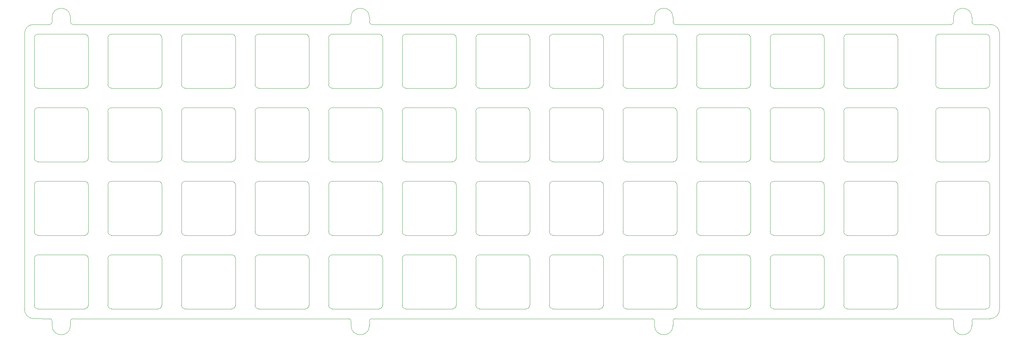
<source format=gbr>
G04 #@! TF.GenerationSoftware,KiCad,Pcbnew,(5.1.10-1-10_14)*
G04 #@! TF.CreationDate,2021-09-09T13:03:30-05:00*
G04 #@! TF.ProjectId,ori_top_plate,6f72695f-746f-4705-9f70-6c6174652e6b,rev?*
G04 #@! TF.SameCoordinates,Original*
G04 #@! TF.FileFunction,Profile,NP*
%FSLAX46Y46*%
G04 Gerber Fmt 4.6, Leading zero omitted, Abs format (unit mm)*
G04 Created by KiCad (PCBNEW (5.1.10-1-10_14)) date 2021-09-09 13:03:30*
%MOMM*%
%LPD*%
G01*
G04 APERTURE LIST*
G04 #@! TA.AperFunction,Profile*
%ADD10C,0.050000*%
G04 #@! TD*
G04 APERTURE END LIST*
D10*
X158354843Y-117276717D02*
X158354843Y-118467341D01*
X153592339Y-117276717D02*
X153592339Y-118467341D01*
X235745403Y-117276717D02*
X235745403Y-118467341D01*
X230982899Y-117276717D02*
X230982899Y-118467341D01*
X314326587Y-117276717D02*
X314326587Y-118467341D01*
X309564083Y-117276717D02*
X309564083Y-118467341D01*
X391717147Y-117276717D02*
X391717147Y-118467341D01*
X386954643Y-117276717D02*
X386954643Y-118467341D01*
X391717137Y-38695531D02*
X391717137Y-39886155D01*
X386954633Y-38695531D02*
X386954633Y-39886155D01*
X314326577Y-38695531D02*
X314326577Y-39886155D01*
X309564082Y-38695532D02*
X309564082Y-39886156D01*
X235745393Y-38695531D02*
X235745393Y-39886155D01*
X230982889Y-38695531D02*
X230982889Y-39886155D01*
X158354834Y-38695532D02*
X158354834Y-39886156D01*
X153592330Y-38695532D02*
X153592330Y-39886156D01*
X146448582Y-42862728D02*
X146449842Y-114300156D01*
X314921900Y-116681404D02*
X386359330Y-116681404D01*
X236340716Y-116681404D02*
X308968770Y-116681404D01*
X158950156Y-116681404D02*
X230387586Y-116681404D01*
X148829842Y-116680144D02*
X152997026Y-116681404D01*
X152997026Y-40481469D02*
X148829842Y-40481468D01*
X230387585Y-40481469D02*
X158950146Y-40481468D01*
X308968760Y-40481468D02*
X236340706Y-40481468D01*
X386359320Y-40481468D02*
X314921890Y-40481468D01*
X396479634Y-40481456D02*
X392312450Y-40481468D01*
X396479634Y-40481456D02*
G75*
G02*
X398860894Y-42862716I0J-2381260D01*
G01*
X398860894Y-114300144D02*
X398860894Y-42862716D01*
X396479634Y-116681404D02*
X392312460Y-116681404D01*
X152997026Y-116681404D02*
G75*
G02*
X153592339Y-117276717I0J-595313D01*
G01*
X158354843Y-117276717D02*
G75*
G02*
X158950156Y-116681404I595313J0D01*
G01*
X158354843Y-118467341D02*
G75*
G02*
X153592339Y-118467341I-2381252J0D01*
G01*
X230387586Y-116681404D02*
G75*
G02*
X230982899Y-117276717I0J-595313D01*
G01*
X235745403Y-117276717D02*
G75*
G02*
X236340716Y-116681404I595313J0D01*
G01*
X235745403Y-118467341D02*
G75*
G02*
X230982899Y-118467341I-2381252J0D01*
G01*
X308968770Y-116681404D02*
G75*
G02*
X309564083Y-117276717I0J-595313D01*
G01*
X314326587Y-117276717D02*
G75*
G02*
X314921900Y-116681404I595313J0D01*
G01*
X314326587Y-118467341D02*
G75*
G02*
X309564083Y-118467341I-2381252J0D01*
G01*
X386359330Y-116681404D02*
G75*
G02*
X386954643Y-117276717I0J-595313D01*
G01*
X391717147Y-117276717D02*
G75*
G02*
X392312460Y-116681404I595313J0D01*
G01*
X391717147Y-118467341D02*
G75*
G02*
X386954643Y-118467341I-2381252J0D01*
G01*
X392312450Y-40481468D02*
G75*
G02*
X391717137Y-39886155I0J595313D01*
G01*
X386954633Y-39886155D02*
G75*
G02*
X386359320Y-40481468I-595313J0D01*
G01*
X386954633Y-38695531D02*
G75*
G02*
X391717137Y-38695531I2381252J0D01*
G01*
X314921890Y-40481468D02*
G75*
G02*
X314326577Y-39886155I0J595313D01*
G01*
X309564073Y-39886155D02*
G75*
G02*
X308968760Y-40481468I-595313J0D01*
G01*
X309564073Y-38695531D02*
G75*
G02*
X314326577Y-38695531I2381252J0D01*
G01*
X236340706Y-40481468D02*
G75*
G02*
X235745393Y-39886155I0J595313D01*
G01*
X230982898Y-39886156D02*
G75*
G02*
X230387585Y-40481469I-595313J0D01*
G01*
X230982889Y-38695531D02*
G75*
G02*
X235745393Y-38695531I2381252J0D01*
G01*
X153592330Y-38695532D02*
G75*
G02*
X158354834Y-38695532I2381252J0D01*
G01*
X153592330Y-39886156D02*
G75*
G02*
X152997017Y-40481469I-595313J0D01*
G01*
X158950146Y-40481468D02*
G75*
G02*
X158354833Y-39886155I0J595313D01*
G01*
X398860894Y-114300144D02*
G75*
G02*
X396479634Y-116681404I-2381260J0D01*
G01*
X148829842Y-116680144D02*
G75*
G02*
X146449842Y-114300156I0J2380000D01*
G01*
X146448582Y-42862728D02*
G75*
G02*
X148829842Y-40481468I2381260J0D01*
G01*
X302373170Y-114156700D02*
X314373170Y-114156700D01*
X315373170Y-101156700D02*
X315373170Y-113156700D01*
X302373170Y-100156700D02*
X314373170Y-100156700D01*
X301373170Y-113156700D02*
X301373170Y-101156700D01*
X301373170Y-101156700D02*
G75*
G02*
X302373170Y-100156700I1000000J0D01*
G01*
X315373170Y-113156700D02*
G75*
G02*
X314373170Y-114156700I-1000000J0D01*
G01*
X314373170Y-100156700D02*
G75*
G02*
X315373170Y-101156700I0J-1000000D01*
G01*
X302373170Y-114156700D02*
G75*
G02*
X301373170Y-113156700I0J1000000D01*
G01*
X149972530Y-57006460D02*
X161972530Y-57006460D01*
X162972530Y-44006460D02*
X162972530Y-56006460D01*
X149972530Y-43006460D02*
X161972530Y-43006460D01*
X148972530Y-56006460D02*
X148972530Y-44006460D01*
X148972530Y-44006460D02*
G75*
G02*
X149972530Y-43006460I1000000J0D01*
G01*
X162972530Y-56006460D02*
G75*
G02*
X161972530Y-57006460I-1000000J0D01*
G01*
X161972530Y-43006460D02*
G75*
G02*
X162972530Y-44006460I0J-1000000D01*
G01*
X149972530Y-57006460D02*
G75*
G02*
X148972530Y-56006460I0J1000000D01*
G01*
X383336010Y-114156700D02*
X395336010Y-114156700D01*
X396336010Y-101156700D02*
X396336010Y-113156700D01*
X383336010Y-100156700D02*
X395336010Y-100156700D01*
X382336010Y-113156700D02*
X382336010Y-101156700D01*
X382336010Y-101156700D02*
G75*
G02*
X383336010Y-100156700I1000000J0D01*
G01*
X396336010Y-113156700D02*
G75*
G02*
X395336010Y-114156700I-1000000J0D01*
G01*
X395336010Y-100156700D02*
G75*
G02*
X396336010Y-101156700I0J-1000000D01*
G01*
X383336010Y-114156700D02*
G75*
G02*
X382336010Y-113156700I0J1000000D01*
G01*
X383335890Y-95106428D02*
X395335890Y-95106428D01*
X396335890Y-82106428D02*
X396335890Y-94106428D01*
X383335890Y-81106428D02*
X395335890Y-81106428D01*
X382335890Y-94106428D02*
X382335890Y-82106428D01*
X382335890Y-82106428D02*
G75*
G02*
X383335890Y-81106428I1000000J0D01*
G01*
X396335890Y-94106428D02*
G75*
G02*
X395335890Y-95106428I-1000000J0D01*
G01*
X395335890Y-81106428D02*
G75*
G02*
X396335890Y-82106428I0J-1000000D01*
G01*
X383335890Y-95106428D02*
G75*
G02*
X382335890Y-94106428I0J1000000D01*
G01*
X383335890Y-76056444D02*
X395335890Y-76056444D01*
X396335890Y-63056444D02*
X396335890Y-75056444D01*
X383335890Y-62056444D02*
X395335890Y-62056444D01*
X382335890Y-75056444D02*
X382335890Y-63056444D01*
X382335890Y-63056444D02*
G75*
G02*
X383335890Y-62056444I1000000J0D01*
G01*
X396335890Y-75056444D02*
G75*
G02*
X395335890Y-76056444I-1000000J0D01*
G01*
X395335890Y-62056444D02*
G75*
G02*
X396335890Y-63056444I0J-1000000D01*
G01*
X383335890Y-76056444D02*
G75*
G02*
X382335890Y-75056444I0J1000000D01*
G01*
X383336010Y-57006460D02*
X395336010Y-57006460D01*
X396336010Y-44006460D02*
X396336010Y-56006460D01*
X383336010Y-43006460D02*
X395336010Y-43006460D01*
X382336010Y-56006460D02*
X382336010Y-44006460D01*
X382336010Y-44006460D02*
G75*
G02*
X383336010Y-43006460I1000000J0D01*
G01*
X396336010Y-56006460D02*
G75*
G02*
X395336010Y-57006460I-1000000J0D01*
G01*
X395336010Y-43006460D02*
G75*
G02*
X396336010Y-44006460I0J-1000000D01*
G01*
X383336010Y-57006460D02*
G75*
G02*
X382336010Y-56006460I0J1000000D01*
G01*
X359523410Y-114156700D02*
X371523410Y-114156700D01*
X372523410Y-101156700D02*
X372523410Y-113156700D01*
X359523410Y-100156700D02*
X371523410Y-100156700D01*
X358523410Y-113156700D02*
X358523410Y-101156700D01*
X358523410Y-101156700D02*
G75*
G02*
X359523410Y-100156700I1000000J0D01*
G01*
X372523410Y-113156700D02*
G75*
G02*
X371523410Y-114156700I-1000000J0D01*
G01*
X371523410Y-100156700D02*
G75*
G02*
X372523410Y-101156700I0J-1000000D01*
G01*
X359523410Y-114156700D02*
G75*
G02*
X358523410Y-113156700I0J1000000D01*
G01*
X340473330Y-114160000D02*
X352473330Y-114160000D01*
X353473330Y-101160000D02*
X353473330Y-113160000D01*
X340473330Y-100160000D02*
X352473330Y-100160000D01*
X339473330Y-113160000D02*
X339473330Y-101160000D01*
X339473330Y-101160000D02*
G75*
G02*
X340473330Y-100160000I1000000J0D01*
G01*
X353473330Y-113160000D02*
G75*
G02*
X352473330Y-114160000I-1000000J0D01*
G01*
X352473330Y-100160000D02*
G75*
G02*
X353473330Y-101160000I0J-1000000D01*
G01*
X340473330Y-114160000D02*
G75*
G02*
X339473330Y-113160000I0J1000000D01*
G01*
X321423250Y-114156700D02*
X333423250Y-114156700D01*
X334423250Y-101156700D02*
X334423250Y-113156700D01*
X321423250Y-100156700D02*
X333423250Y-100156700D01*
X320423250Y-113156700D02*
X320423250Y-101156700D01*
X320423250Y-101156700D02*
G75*
G02*
X321423250Y-100156700I1000000J0D01*
G01*
X334423250Y-113156700D02*
G75*
G02*
X333423250Y-114156700I-1000000J0D01*
G01*
X333423250Y-100156700D02*
G75*
G02*
X334423250Y-101156700I0J-1000000D01*
G01*
X321423250Y-114156700D02*
G75*
G02*
X320423250Y-113156700I0J1000000D01*
G01*
X283323090Y-114156700D02*
X295323090Y-114156700D01*
X296323090Y-101156700D02*
X296323090Y-113156700D01*
X283323090Y-100156700D02*
X295323090Y-100156700D01*
X282323090Y-113156700D02*
X282323090Y-101156700D01*
X282323090Y-101156700D02*
G75*
G02*
X283323090Y-100156700I1000000J0D01*
G01*
X296323090Y-113156700D02*
G75*
G02*
X295323090Y-114156700I-1000000J0D01*
G01*
X295323090Y-100156700D02*
G75*
G02*
X296323090Y-101156700I0J-1000000D01*
G01*
X283323090Y-114156700D02*
G75*
G02*
X282323090Y-113156700I0J1000000D01*
G01*
X264273010Y-114156700D02*
X276273010Y-114156700D01*
X277273010Y-101156700D02*
X277273010Y-113156700D01*
X264273010Y-100156700D02*
X276273010Y-100156700D01*
X263273010Y-113156700D02*
X263273010Y-101156700D01*
X263273010Y-101156700D02*
G75*
G02*
X264273010Y-100156700I1000000J0D01*
G01*
X277273010Y-113156700D02*
G75*
G02*
X276273010Y-114156700I-1000000J0D01*
G01*
X276273010Y-100156700D02*
G75*
G02*
X277273010Y-101156700I0J-1000000D01*
G01*
X264273010Y-114156700D02*
G75*
G02*
X263273010Y-113156700I0J1000000D01*
G01*
X245222930Y-114156700D02*
X257222930Y-114156700D01*
X258222930Y-101156700D02*
X258222930Y-113156700D01*
X245222930Y-100156700D02*
X257222930Y-100156700D01*
X244222930Y-113156700D02*
X244222930Y-101156700D01*
X244222930Y-101156700D02*
G75*
G02*
X245222930Y-100156700I1000000J0D01*
G01*
X258222930Y-113156700D02*
G75*
G02*
X257222930Y-114156700I-1000000J0D01*
G01*
X257222930Y-100156700D02*
G75*
G02*
X258222930Y-101156700I0J-1000000D01*
G01*
X245222930Y-114156700D02*
G75*
G02*
X244222930Y-113156700I0J1000000D01*
G01*
X226172850Y-114156700D02*
X238172850Y-114156700D01*
X239172850Y-101156700D02*
X239172850Y-113156700D01*
X226172850Y-100156700D02*
X238172850Y-100156700D01*
X225172850Y-113156700D02*
X225172850Y-101156700D01*
X225172850Y-101156700D02*
G75*
G02*
X226172850Y-100156700I1000000J0D01*
G01*
X239172850Y-113156700D02*
G75*
G02*
X238172850Y-114156700I-1000000J0D01*
G01*
X238172850Y-100156700D02*
G75*
G02*
X239172850Y-101156700I0J-1000000D01*
G01*
X226172850Y-114156700D02*
G75*
G02*
X225172850Y-113156700I0J1000000D01*
G01*
X207122770Y-114156700D02*
X219122770Y-114156700D01*
X220122770Y-101156700D02*
X220122770Y-113156700D01*
X207122770Y-100156700D02*
X219122770Y-100156700D01*
X206122770Y-113156700D02*
X206122770Y-101156700D01*
X206122770Y-101156700D02*
G75*
G02*
X207122770Y-100156700I1000000J0D01*
G01*
X220122770Y-113156700D02*
G75*
G02*
X219122770Y-114156700I-1000000J0D01*
G01*
X219122770Y-100156700D02*
G75*
G02*
X220122770Y-101156700I0J-1000000D01*
G01*
X207122770Y-114156700D02*
G75*
G02*
X206122770Y-113156700I0J1000000D01*
G01*
X188072690Y-114156700D02*
X200072690Y-114156700D01*
X201072690Y-101156700D02*
X201072690Y-113156700D01*
X188072690Y-100156700D02*
X200072690Y-100156700D01*
X187072690Y-113156700D02*
X187072690Y-101156700D01*
X187072690Y-101156700D02*
G75*
G02*
X188072690Y-100156700I1000000J0D01*
G01*
X201072690Y-113156700D02*
G75*
G02*
X200072690Y-114156700I-1000000J0D01*
G01*
X200072690Y-100156700D02*
G75*
G02*
X201072690Y-101156700I0J-1000000D01*
G01*
X188072690Y-114156700D02*
G75*
G02*
X187072690Y-113156700I0J1000000D01*
G01*
X169022610Y-114156700D02*
X181022610Y-114156700D01*
X182022610Y-101156700D02*
X182022610Y-113156700D01*
X169022610Y-100156700D02*
X181022610Y-100156700D01*
X168022610Y-113156700D02*
X168022610Y-101156700D01*
X168022610Y-101156700D02*
G75*
G02*
X169022610Y-100156700I1000000J0D01*
G01*
X182022610Y-113156700D02*
G75*
G02*
X181022610Y-114156700I-1000000J0D01*
G01*
X181022610Y-100156700D02*
G75*
G02*
X182022610Y-101156700I0J-1000000D01*
G01*
X169022610Y-114156700D02*
G75*
G02*
X168022610Y-113156700I0J1000000D01*
G01*
X149972530Y-114156700D02*
X161972530Y-114156700D01*
X162972530Y-101156700D02*
X162972530Y-113156700D01*
X149972530Y-100156700D02*
X161972530Y-100156700D01*
X148972530Y-113156700D02*
X148972530Y-101156700D01*
X148972530Y-101156700D02*
G75*
G02*
X149972530Y-100156700I1000000J0D01*
G01*
X162972530Y-113156700D02*
G75*
G02*
X161972530Y-114156700I-1000000J0D01*
G01*
X161972530Y-100156700D02*
G75*
G02*
X162972530Y-101156700I0J-1000000D01*
G01*
X149972530Y-114156700D02*
G75*
G02*
X148972530Y-113156700I0J1000000D01*
G01*
X359523410Y-95106620D02*
X371523410Y-95106620D01*
X372523410Y-82106620D02*
X372523410Y-94106620D01*
X359523410Y-81106620D02*
X371523410Y-81106620D01*
X358523410Y-94106620D02*
X358523410Y-82106620D01*
X358523410Y-82106620D02*
G75*
G02*
X359523410Y-81106620I1000000J0D01*
G01*
X372523410Y-94106620D02*
G75*
G02*
X371523410Y-95106620I-1000000J0D01*
G01*
X371523410Y-81106620D02*
G75*
G02*
X372523410Y-82106620I0J-1000000D01*
G01*
X359523410Y-95106620D02*
G75*
G02*
X358523410Y-94106620I0J1000000D01*
G01*
X340473330Y-95106620D02*
X352473330Y-95106620D01*
X353473330Y-82106620D02*
X353473330Y-94106620D01*
X340473330Y-81106620D02*
X352473330Y-81106620D01*
X339473330Y-94106620D02*
X339473330Y-82106620D01*
X339473330Y-82106620D02*
G75*
G02*
X340473330Y-81106620I1000000J0D01*
G01*
X353473330Y-94106620D02*
G75*
G02*
X352473330Y-95106620I-1000000J0D01*
G01*
X352473330Y-81106620D02*
G75*
G02*
X353473330Y-82106620I0J-1000000D01*
G01*
X340473330Y-95106620D02*
G75*
G02*
X339473330Y-94106620I0J1000000D01*
G01*
X321423250Y-95106620D02*
X333423250Y-95106620D01*
X334423250Y-82106620D02*
X334423250Y-94106620D01*
X321423250Y-81106620D02*
X333423250Y-81106620D01*
X320423250Y-94106620D02*
X320423250Y-82106620D01*
X320423250Y-82106620D02*
G75*
G02*
X321423250Y-81106620I1000000J0D01*
G01*
X334423250Y-94106620D02*
G75*
G02*
X333423250Y-95106620I-1000000J0D01*
G01*
X333423250Y-81106620D02*
G75*
G02*
X334423250Y-82106620I0J-1000000D01*
G01*
X321423250Y-95106620D02*
G75*
G02*
X320423250Y-94106620I0J1000000D01*
G01*
X302373170Y-95106620D02*
X314373170Y-95106620D01*
X315373170Y-82106620D02*
X315373170Y-94106620D01*
X302373170Y-81106620D02*
X314373170Y-81106620D01*
X301373170Y-94106620D02*
X301373170Y-82106620D01*
X301373170Y-82106620D02*
G75*
G02*
X302373170Y-81106620I1000000J0D01*
G01*
X315373170Y-94106620D02*
G75*
G02*
X314373170Y-95106620I-1000000J0D01*
G01*
X314373170Y-81106620D02*
G75*
G02*
X315373170Y-82106620I0J-1000000D01*
G01*
X302373170Y-95106620D02*
G75*
G02*
X301373170Y-94106620I0J1000000D01*
G01*
X283323090Y-95106620D02*
X295323090Y-95106620D01*
X296323090Y-82106620D02*
X296323090Y-94106620D01*
X283323090Y-81106620D02*
X295323090Y-81106620D01*
X282323090Y-94106620D02*
X282323090Y-82106620D01*
X282323090Y-82106620D02*
G75*
G02*
X283323090Y-81106620I1000000J0D01*
G01*
X296323090Y-94106620D02*
G75*
G02*
X295323090Y-95106620I-1000000J0D01*
G01*
X295323090Y-81106620D02*
G75*
G02*
X296323090Y-82106620I0J-1000000D01*
G01*
X283323090Y-95106620D02*
G75*
G02*
X282323090Y-94106620I0J1000000D01*
G01*
X264273010Y-95106620D02*
X276273010Y-95106620D01*
X277273010Y-82106620D02*
X277273010Y-94106620D01*
X264273010Y-81106620D02*
X276273010Y-81106620D01*
X263273010Y-94106620D02*
X263273010Y-82106620D01*
X263273010Y-82106620D02*
G75*
G02*
X264273010Y-81106620I1000000J0D01*
G01*
X277273010Y-94106620D02*
G75*
G02*
X276273010Y-95106620I-1000000J0D01*
G01*
X276273010Y-81106620D02*
G75*
G02*
X277273010Y-82106620I0J-1000000D01*
G01*
X264273010Y-95106620D02*
G75*
G02*
X263273010Y-94106620I0J1000000D01*
G01*
X245222930Y-95106620D02*
X257222930Y-95106620D01*
X258222930Y-82106620D02*
X258222930Y-94106620D01*
X245222930Y-81106620D02*
X257222930Y-81106620D01*
X244222930Y-94106620D02*
X244222930Y-82106620D01*
X244222930Y-82106620D02*
G75*
G02*
X245222930Y-81106620I1000000J0D01*
G01*
X258222930Y-94106620D02*
G75*
G02*
X257222930Y-95106620I-1000000J0D01*
G01*
X257222930Y-81106620D02*
G75*
G02*
X258222930Y-82106620I0J-1000000D01*
G01*
X245222930Y-95106620D02*
G75*
G02*
X244222930Y-94106620I0J1000000D01*
G01*
X226172850Y-95106620D02*
X238172850Y-95106620D01*
X239172850Y-82106620D02*
X239172850Y-94106620D01*
X226172850Y-81106620D02*
X238172850Y-81106620D01*
X225172850Y-94106620D02*
X225172850Y-82106620D01*
X225172850Y-82106620D02*
G75*
G02*
X226172850Y-81106620I1000000J0D01*
G01*
X239172850Y-94106620D02*
G75*
G02*
X238172850Y-95106620I-1000000J0D01*
G01*
X238172850Y-81106620D02*
G75*
G02*
X239172850Y-82106620I0J-1000000D01*
G01*
X226172850Y-95106620D02*
G75*
G02*
X225172850Y-94106620I0J1000000D01*
G01*
X207122770Y-95106620D02*
X219122770Y-95106620D01*
X220122770Y-82106620D02*
X220122770Y-94106620D01*
X207122770Y-81106620D02*
X219122770Y-81106620D01*
X206122770Y-94106620D02*
X206122770Y-82106620D01*
X206122770Y-82106620D02*
G75*
G02*
X207122770Y-81106620I1000000J0D01*
G01*
X220122770Y-94106620D02*
G75*
G02*
X219122770Y-95106620I-1000000J0D01*
G01*
X219122770Y-81106620D02*
G75*
G02*
X220122770Y-82106620I0J-1000000D01*
G01*
X207122770Y-95106620D02*
G75*
G02*
X206122770Y-94106620I0J1000000D01*
G01*
X188072690Y-95106620D02*
X200072690Y-95106620D01*
X201072690Y-82106620D02*
X201072690Y-94106620D01*
X188072690Y-81106620D02*
X200072690Y-81106620D01*
X187072690Y-94106620D02*
X187072690Y-82106620D01*
X187072690Y-82106620D02*
G75*
G02*
X188072690Y-81106620I1000000J0D01*
G01*
X201072690Y-94106620D02*
G75*
G02*
X200072690Y-95106620I-1000000J0D01*
G01*
X200072690Y-81106620D02*
G75*
G02*
X201072690Y-82106620I0J-1000000D01*
G01*
X188072690Y-95106620D02*
G75*
G02*
X187072690Y-94106620I0J1000000D01*
G01*
X169022610Y-95106620D02*
X181022610Y-95106620D01*
X182022610Y-82106620D02*
X182022610Y-94106620D01*
X169022610Y-81106620D02*
X181022610Y-81106620D01*
X168022610Y-94106620D02*
X168022610Y-82106620D01*
X168022610Y-82106620D02*
G75*
G02*
X169022610Y-81106620I1000000J0D01*
G01*
X182022610Y-94106620D02*
G75*
G02*
X181022610Y-95106620I-1000000J0D01*
G01*
X181022610Y-81106620D02*
G75*
G02*
X182022610Y-82106620I0J-1000000D01*
G01*
X169022610Y-95106620D02*
G75*
G02*
X168022610Y-94106620I0J1000000D01*
G01*
X149972530Y-95106620D02*
X161972530Y-95106620D01*
X162972530Y-82106620D02*
X162972530Y-94106620D01*
X149972530Y-81106620D02*
X161972530Y-81106620D01*
X148972530Y-94106620D02*
X148972530Y-82106620D01*
X148972530Y-82106620D02*
G75*
G02*
X149972530Y-81106620I1000000J0D01*
G01*
X162972530Y-94106620D02*
G75*
G02*
X161972530Y-95106620I-1000000J0D01*
G01*
X161972530Y-81106620D02*
G75*
G02*
X162972530Y-82106620I0J-1000000D01*
G01*
X149972530Y-95106620D02*
G75*
G02*
X148972530Y-94106620I0J1000000D01*
G01*
X359523410Y-76056540D02*
X371523410Y-76056540D01*
X372523410Y-63056540D02*
X372523410Y-75056540D01*
X359523410Y-62056540D02*
X371523410Y-62056540D01*
X358523410Y-75056540D02*
X358523410Y-63056540D01*
X358523410Y-63056540D02*
G75*
G02*
X359523410Y-62056540I1000000J0D01*
G01*
X372523410Y-75056540D02*
G75*
G02*
X371523410Y-76056540I-1000000J0D01*
G01*
X371523410Y-62056540D02*
G75*
G02*
X372523410Y-63056540I0J-1000000D01*
G01*
X359523410Y-76056540D02*
G75*
G02*
X358523410Y-75056540I0J1000000D01*
G01*
X340473330Y-76056540D02*
X352473330Y-76056540D01*
X353473330Y-63056540D02*
X353473330Y-75056540D01*
X340473330Y-62056540D02*
X352473330Y-62056540D01*
X339473330Y-75056540D02*
X339473330Y-63056540D01*
X339473330Y-63056540D02*
G75*
G02*
X340473330Y-62056540I1000000J0D01*
G01*
X353473330Y-75056540D02*
G75*
G02*
X352473330Y-76056540I-1000000J0D01*
G01*
X352473330Y-62056540D02*
G75*
G02*
X353473330Y-63056540I0J-1000000D01*
G01*
X340473330Y-76056540D02*
G75*
G02*
X339473330Y-75056540I0J1000000D01*
G01*
X321423250Y-76056540D02*
X333423250Y-76056540D01*
X334423250Y-63056540D02*
X334423250Y-75056540D01*
X321423250Y-62056540D02*
X333423250Y-62056540D01*
X320423250Y-75056540D02*
X320423250Y-63056540D01*
X320423250Y-63056540D02*
G75*
G02*
X321423250Y-62056540I1000000J0D01*
G01*
X334423250Y-75056540D02*
G75*
G02*
X333423250Y-76056540I-1000000J0D01*
G01*
X333423250Y-62056540D02*
G75*
G02*
X334423250Y-63056540I0J-1000000D01*
G01*
X321423250Y-76056540D02*
G75*
G02*
X320423250Y-75056540I0J1000000D01*
G01*
X302373170Y-76056540D02*
X314373170Y-76056540D01*
X315373170Y-63056540D02*
X315373170Y-75056540D01*
X302373170Y-62056540D02*
X314373170Y-62056540D01*
X301373170Y-75056540D02*
X301373170Y-63056540D01*
X301373170Y-63056540D02*
G75*
G02*
X302373170Y-62056540I1000000J0D01*
G01*
X315373170Y-75056540D02*
G75*
G02*
X314373170Y-76056540I-1000000J0D01*
G01*
X314373170Y-62056540D02*
G75*
G02*
X315373170Y-63056540I0J-1000000D01*
G01*
X302373170Y-76056540D02*
G75*
G02*
X301373170Y-75056540I0J1000000D01*
G01*
X283323090Y-76056540D02*
X295323090Y-76056540D01*
X296323090Y-63056540D02*
X296323090Y-75056540D01*
X283323090Y-62056540D02*
X295323090Y-62056540D01*
X282323090Y-75056540D02*
X282323090Y-63056540D01*
X282323090Y-63056540D02*
G75*
G02*
X283323090Y-62056540I1000000J0D01*
G01*
X296323090Y-75056540D02*
G75*
G02*
X295323090Y-76056540I-1000000J0D01*
G01*
X295323090Y-62056540D02*
G75*
G02*
X296323090Y-63056540I0J-1000000D01*
G01*
X283323090Y-76056540D02*
G75*
G02*
X282323090Y-75056540I0J1000000D01*
G01*
X264273010Y-76056540D02*
X276273010Y-76056540D01*
X277273010Y-63056540D02*
X277273010Y-75056540D01*
X264273010Y-62056540D02*
X276273010Y-62056540D01*
X263273010Y-75056540D02*
X263273010Y-63056540D01*
X263273010Y-63056540D02*
G75*
G02*
X264273010Y-62056540I1000000J0D01*
G01*
X277273010Y-75056540D02*
G75*
G02*
X276273010Y-76056540I-1000000J0D01*
G01*
X276273010Y-62056540D02*
G75*
G02*
X277273010Y-63056540I0J-1000000D01*
G01*
X264273010Y-76056540D02*
G75*
G02*
X263273010Y-75056540I0J1000000D01*
G01*
X245222930Y-76056540D02*
X257222930Y-76056540D01*
X258222930Y-63056540D02*
X258222930Y-75056540D01*
X245222930Y-62056540D02*
X257222930Y-62056540D01*
X244222930Y-75056540D02*
X244222930Y-63056540D01*
X244222930Y-63056540D02*
G75*
G02*
X245222930Y-62056540I1000000J0D01*
G01*
X258222930Y-75056540D02*
G75*
G02*
X257222930Y-76056540I-1000000J0D01*
G01*
X257222930Y-62056540D02*
G75*
G02*
X258222930Y-63056540I0J-1000000D01*
G01*
X245222930Y-76056540D02*
G75*
G02*
X244222930Y-75056540I0J1000000D01*
G01*
X226172850Y-76056540D02*
X238172850Y-76056540D01*
X239172850Y-63056540D02*
X239172850Y-75056540D01*
X226172850Y-62056540D02*
X238172850Y-62056540D01*
X225172850Y-75056540D02*
X225172850Y-63056540D01*
X225172850Y-63056540D02*
G75*
G02*
X226172850Y-62056540I1000000J0D01*
G01*
X239172850Y-75056540D02*
G75*
G02*
X238172850Y-76056540I-1000000J0D01*
G01*
X238172850Y-62056540D02*
G75*
G02*
X239172850Y-63056540I0J-1000000D01*
G01*
X226172850Y-76056540D02*
G75*
G02*
X225172850Y-75056540I0J1000000D01*
G01*
X207122770Y-76056540D02*
X219122770Y-76056540D01*
X220122770Y-63056540D02*
X220122770Y-75056540D01*
X207122770Y-62056540D02*
X219122770Y-62056540D01*
X206122770Y-75056540D02*
X206122770Y-63056540D01*
X206122770Y-63056540D02*
G75*
G02*
X207122770Y-62056540I1000000J0D01*
G01*
X220122770Y-75056540D02*
G75*
G02*
X219122770Y-76056540I-1000000J0D01*
G01*
X219122770Y-62056540D02*
G75*
G02*
X220122770Y-63056540I0J-1000000D01*
G01*
X207122770Y-76056540D02*
G75*
G02*
X206122770Y-75056540I0J1000000D01*
G01*
X188072690Y-76056540D02*
X200072690Y-76056540D01*
X201072690Y-63056540D02*
X201072690Y-75056540D01*
X188072690Y-62056540D02*
X200072690Y-62056540D01*
X187072690Y-75056540D02*
X187072690Y-63056540D01*
X187072690Y-63056540D02*
G75*
G02*
X188072690Y-62056540I1000000J0D01*
G01*
X201072690Y-75056540D02*
G75*
G02*
X200072690Y-76056540I-1000000J0D01*
G01*
X200072690Y-62056540D02*
G75*
G02*
X201072690Y-63056540I0J-1000000D01*
G01*
X188072690Y-76056540D02*
G75*
G02*
X187072690Y-75056540I0J1000000D01*
G01*
X169022610Y-76056540D02*
X181022610Y-76056540D01*
X182022610Y-63056540D02*
X182022610Y-75056540D01*
X169022610Y-62056540D02*
X181022610Y-62056540D01*
X168022610Y-75056540D02*
X168022610Y-63056540D01*
X168022610Y-63056540D02*
G75*
G02*
X169022610Y-62056540I1000000J0D01*
G01*
X182022610Y-75056540D02*
G75*
G02*
X181022610Y-76056540I-1000000J0D01*
G01*
X181022610Y-62056540D02*
G75*
G02*
X182022610Y-63056540I0J-1000000D01*
G01*
X169022610Y-76056540D02*
G75*
G02*
X168022610Y-75056540I0J1000000D01*
G01*
X149972530Y-76056540D02*
X161972530Y-76056540D01*
X162972530Y-63056540D02*
X162972530Y-75056540D01*
X149972530Y-62056540D02*
X161972530Y-62056540D01*
X148972530Y-75056540D02*
X148972530Y-63056540D01*
X148972530Y-63056540D02*
G75*
G02*
X149972530Y-62056540I1000000J0D01*
G01*
X162972530Y-75056540D02*
G75*
G02*
X161972530Y-76056540I-1000000J0D01*
G01*
X161972530Y-62056540D02*
G75*
G02*
X162972530Y-63056540I0J-1000000D01*
G01*
X149972530Y-76056540D02*
G75*
G02*
X148972530Y-75056540I0J1000000D01*
G01*
X359523410Y-57006460D02*
X371523410Y-57006460D01*
X372523410Y-44006460D02*
X372523410Y-56006460D01*
X359523410Y-43006460D02*
X371523410Y-43006460D01*
X358523410Y-56006460D02*
X358523410Y-44006460D01*
X358523410Y-44006460D02*
G75*
G02*
X359523410Y-43006460I1000000J0D01*
G01*
X372523410Y-56006460D02*
G75*
G02*
X371523410Y-57006460I-1000000J0D01*
G01*
X371523410Y-43006460D02*
G75*
G02*
X372523410Y-44006460I0J-1000000D01*
G01*
X359523410Y-57006460D02*
G75*
G02*
X358523410Y-56006460I0J1000000D01*
G01*
X340473330Y-57006460D02*
X352473330Y-57006460D01*
X353473330Y-44006460D02*
X353473330Y-56006460D01*
X340473330Y-43006460D02*
X352473330Y-43006460D01*
X339473330Y-56006460D02*
X339473330Y-44006460D01*
X339473330Y-44006460D02*
G75*
G02*
X340473330Y-43006460I1000000J0D01*
G01*
X353473330Y-56006460D02*
G75*
G02*
X352473330Y-57006460I-1000000J0D01*
G01*
X352473330Y-43006460D02*
G75*
G02*
X353473330Y-44006460I0J-1000000D01*
G01*
X340473330Y-57006460D02*
G75*
G02*
X339473330Y-56006460I0J1000000D01*
G01*
X321423250Y-57006460D02*
X333423250Y-57006460D01*
X334423250Y-44006460D02*
X334423250Y-56006460D01*
X321423250Y-43006460D02*
X333423250Y-43006460D01*
X320423250Y-56006460D02*
X320423250Y-44006460D01*
X320423250Y-44006460D02*
G75*
G02*
X321423250Y-43006460I1000000J0D01*
G01*
X334423250Y-56006460D02*
G75*
G02*
X333423250Y-57006460I-1000000J0D01*
G01*
X333423250Y-43006460D02*
G75*
G02*
X334423250Y-44006460I0J-1000000D01*
G01*
X321423250Y-57006460D02*
G75*
G02*
X320423250Y-56006460I0J1000000D01*
G01*
X302373170Y-57006460D02*
X314373170Y-57006460D01*
X315373170Y-44006460D02*
X315373170Y-56006460D01*
X302373170Y-43006460D02*
X314373170Y-43006460D01*
X301373170Y-56006460D02*
X301373170Y-44006460D01*
X301373170Y-44006460D02*
G75*
G02*
X302373170Y-43006460I1000000J0D01*
G01*
X315373170Y-56006460D02*
G75*
G02*
X314373170Y-57006460I-1000000J0D01*
G01*
X314373170Y-43006460D02*
G75*
G02*
X315373170Y-44006460I0J-1000000D01*
G01*
X302373170Y-57006460D02*
G75*
G02*
X301373170Y-56006460I0J1000000D01*
G01*
X283323090Y-57006460D02*
X295323090Y-57006460D01*
X296323090Y-44006460D02*
X296323090Y-56006460D01*
X283323090Y-43006460D02*
X295323090Y-43006460D01*
X282323090Y-56006460D02*
X282323090Y-44006460D01*
X282323090Y-44006460D02*
G75*
G02*
X283323090Y-43006460I1000000J0D01*
G01*
X296323090Y-56006460D02*
G75*
G02*
X295323090Y-57006460I-1000000J0D01*
G01*
X295323090Y-43006460D02*
G75*
G02*
X296323090Y-44006460I0J-1000000D01*
G01*
X283323090Y-57006460D02*
G75*
G02*
X282323090Y-56006460I0J1000000D01*
G01*
X264273010Y-57006460D02*
X276273010Y-57006460D01*
X277273010Y-44006460D02*
X277273010Y-56006460D01*
X264273010Y-43006460D02*
X276273010Y-43006460D01*
X263273010Y-56006460D02*
X263273010Y-44006460D01*
X263273010Y-44006460D02*
G75*
G02*
X264273010Y-43006460I1000000J0D01*
G01*
X277273010Y-56006460D02*
G75*
G02*
X276273010Y-57006460I-1000000J0D01*
G01*
X276273010Y-43006460D02*
G75*
G02*
X277273010Y-44006460I0J-1000000D01*
G01*
X264273010Y-57006460D02*
G75*
G02*
X263273010Y-56006460I0J1000000D01*
G01*
X245222930Y-57006460D02*
X257222930Y-57006460D01*
X258222930Y-44006460D02*
X258222930Y-56006460D01*
X245222930Y-43006460D02*
X257222930Y-43006460D01*
X244222930Y-56006460D02*
X244222930Y-44006460D01*
X244222930Y-44006460D02*
G75*
G02*
X245222930Y-43006460I1000000J0D01*
G01*
X258222930Y-56006460D02*
G75*
G02*
X257222930Y-57006460I-1000000J0D01*
G01*
X257222930Y-43006460D02*
G75*
G02*
X258222930Y-44006460I0J-1000000D01*
G01*
X245222930Y-57006460D02*
G75*
G02*
X244222930Y-56006460I0J1000000D01*
G01*
X226172850Y-57006460D02*
X238172850Y-57006460D01*
X239172850Y-44006460D02*
X239172850Y-56006460D01*
X226172850Y-43006460D02*
X238172850Y-43006460D01*
X225172850Y-56006460D02*
X225172850Y-44006460D01*
X225172850Y-44006460D02*
G75*
G02*
X226172850Y-43006460I1000000J0D01*
G01*
X239172850Y-56006460D02*
G75*
G02*
X238172850Y-57006460I-1000000J0D01*
G01*
X238172850Y-43006460D02*
G75*
G02*
X239172850Y-44006460I0J-1000000D01*
G01*
X226172850Y-57006460D02*
G75*
G02*
X225172850Y-56006460I0J1000000D01*
G01*
X207122770Y-57006460D02*
X219122770Y-57006460D01*
X220122770Y-44006460D02*
X220122770Y-56006460D01*
X207122770Y-43006460D02*
X219122770Y-43006460D01*
X206122770Y-56006460D02*
X206122770Y-44006460D01*
X206122770Y-44006460D02*
G75*
G02*
X207122770Y-43006460I1000000J0D01*
G01*
X220122770Y-56006460D02*
G75*
G02*
X219122770Y-57006460I-1000000J0D01*
G01*
X219122770Y-43006460D02*
G75*
G02*
X220122770Y-44006460I0J-1000000D01*
G01*
X207122770Y-57006460D02*
G75*
G02*
X206122770Y-56006460I0J1000000D01*
G01*
X188072690Y-57006460D02*
X200072690Y-57006460D01*
X201072690Y-44006460D02*
X201072690Y-56006460D01*
X188072690Y-43006460D02*
X200072690Y-43006460D01*
X187072690Y-56006460D02*
X187072690Y-44006460D01*
X187072690Y-44006460D02*
G75*
G02*
X188072690Y-43006460I1000000J0D01*
G01*
X201072690Y-56006460D02*
G75*
G02*
X200072690Y-57006460I-1000000J0D01*
G01*
X200072690Y-43006460D02*
G75*
G02*
X201072690Y-44006460I0J-1000000D01*
G01*
X188072690Y-57006460D02*
G75*
G02*
X187072690Y-56006460I0J1000000D01*
G01*
X169022610Y-57006460D02*
X181022610Y-57006460D01*
X182022610Y-44006460D02*
X182022610Y-56006460D01*
X169022610Y-43006460D02*
X181022610Y-43006460D01*
X168022610Y-56006460D02*
X168022610Y-44006460D01*
X168022610Y-44006460D02*
G75*
G02*
X169022610Y-43006460I1000000J0D01*
G01*
X182022610Y-56006460D02*
G75*
G02*
X181022610Y-57006460I-1000000J0D01*
G01*
X181022610Y-43006460D02*
G75*
G02*
X182022610Y-44006460I0J-1000000D01*
G01*
X169022610Y-57006460D02*
G75*
G02*
X168022610Y-56006460I0J1000000D01*
G01*
M02*

</source>
